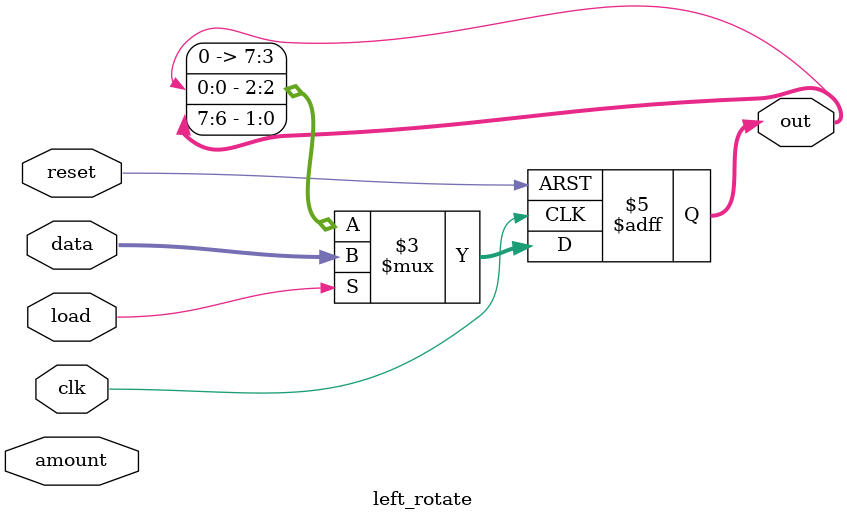
<source format=v>
module left_rotate(clk,reset,amount,data,load,out);
input clk,reset;
input [2:0] amount;
input [7:0] data;
input load;
output reg [7:0] out;
// when load is high, load data to out
// otherwise rotate the out register followed by left shift the out register by amount bits
always @(posedge clk, posedge reset)
begin
	if(reset)
	begin
	out <= 8'b0;
	end
	else
	begin
	if(load)
	begin
	out <= data;
	end
	else
	begin
	out <= {out[6:0],out[7]};
	out <= {out[5:0],out[7:6]};
	out <= {out[4:0],out[7:6]};
	out <= {out[3:0],out[7:6]};
	out <= {out[2:0],out[7:6]};
	out <= {out[1:0],out[7:6]};
	out <= {out[0],out[7:6]};
	end
	end
end
endmodule

</source>
